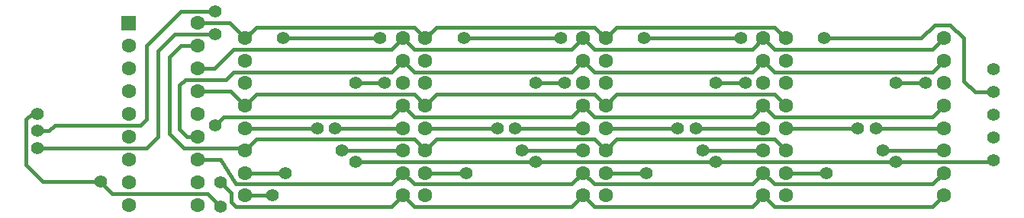
<source format=gbr>
%FSLAX34Y34*%
%MOMM*%
%LNCOPPER_TOP*%
G71*
G01*
%ADD10C, 1.600*%
%ADD11C, 0.400*%
%ADD12C, 1.400*%
%ADD13C, 1.600*%
%LPD*%
X700000Y250000D02*
G54D10*
D03*
X700000Y225000D02*
G54D10*
D03*
X700000Y200000D02*
G54D10*
D03*
X700000Y175000D02*
G54D10*
D03*
X700000Y150000D02*
G54D10*
D03*
X700000Y125000D02*
G54D10*
D03*
X700000Y100000D02*
G54D10*
D03*
X700000Y75000D02*
G54D10*
D03*
X875000Y250000D02*
G54D10*
D03*
X875000Y225000D02*
G54D10*
D03*
X875000Y200000D02*
G54D10*
D03*
X875000Y175000D02*
G54D10*
D03*
X875000Y150000D02*
G54D10*
D03*
X875000Y125000D02*
G54D10*
D03*
X875000Y100000D02*
G54D10*
D03*
X875000Y75000D02*
G54D10*
D03*
G54D11*
X700000Y175000D02*
X712500Y187500D01*
X887500Y187500D01*
G54D11*
X700000Y125000D02*
X712500Y137500D01*
X887500Y137500D01*
G54D11*
X700000Y250000D02*
X712500Y262500D01*
X887500Y262500D01*
G54D11*
X875000Y250000D02*
X887500Y237500D01*
G54D11*
X875000Y225000D02*
X887500Y212500D01*
G54D11*
X875000Y175000D02*
X887500Y162500D01*
G54D11*
X875000Y100000D02*
X887500Y87500D01*
G54D11*
X875000Y75000D02*
X887500Y62500D01*
G54D11*
X687500Y112500D02*
X887500Y112500D01*
X745000Y100000D02*
G54D12*
D03*
X780000Y150000D02*
G54D12*
D03*
X800000Y150000D02*
G54D12*
D03*
X807500Y125000D02*
G54D12*
D03*
X822500Y112500D02*
G54D12*
D03*
G54D11*
X800000Y150000D02*
X875000Y150000D01*
G54D11*
X807500Y125000D02*
X875000Y125000D01*
G54D11*
X780000Y150000D02*
X700000Y150000D01*
X822500Y200000D02*
G54D12*
D03*
X855000Y200000D02*
G54D12*
D03*
G54D11*
X822500Y200000D02*
X855000Y200000D01*
X742500Y250000D02*
G54D12*
D03*
G54D11*
X700000Y250000D02*
X687500Y262500D01*
G54D11*
X875000Y250000D02*
X862500Y237500D01*
X687500Y237500D01*
G54D11*
X875000Y225000D02*
X862500Y212500D01*
X687500Y212500D01*
G54D11*
X700000Y175000D02*
X687500Y187500D01*
G54D11*
X875000Y175000D02*
X862500Y162500D01*
X687500Y162500D01*
G54D11*
X700000Y125000D02*
X687500Y137500D01*
G54D11*
X875000Y100000D02*
X862500Y87500D01*
X687500Y87500D01*
G54D11*
X875000Y75000D02*
X862500Y62500D01*
X687500Y62500D01*
X500000Y250000D02*
G54D10*
D03*
X500000Y225000D02*
G54D10*
D03*
X500000Y200000D02*
G54D10*
D03*
X500000Y175000D02*
G54D10*
D03*
X500000Y150000D02*
G54D10*
D03*
X500000Y125000D02*
G54D10*
D03*
X500000Y100000D02*
G54D10*
D03*
X500000Y75000D02*
G54D10*
D03*
X675000Y250000D02*
G54D10*
D03*
X675000Y225000D02*
G54D10*
D03*
X675000Y200000D02*
G54D10*
D03*
X675000Y175000D02*
G54D10*
D03*
X675000Y150000D02*
G54D10*
D03*
X675000Y125000D02*
G54D10*
D03*
X675000Y100000D02*
G54D10*
D03*
X675000Y75000D02*
G54D10*
D03*
G54D11*
X500000Y175000D02*
X512500Y187500D01*
X687500Y187500D01*
G54D11*
X500000Y125000D02*
X512500Y137500D01*
X687500Y137500D01*
G54D11*
X500000Y250000D02*
X512500Y262500D01*
X687500Y262500D01*
G54D11*
X675000Y250000D02*
X687500Y237500D01*
G54D11*
X675000Y225000D02*
X687500Y212500D01*
G54D11*
X675000Y175000D02*
X687500Y162500D01*
G54D11*
X675000Y100000D02*
X687500Y87500D01*
G54D11*
X675000Y75000D02*
X687500Y62500D01*
G54D11*
X487500Y112500D02*
X687500Y112500D01*
X545000Y100000D02*
G54D12*
D03*
X580000Y150000D02*
G54D12*
D03*
X600000Y150000D02*
G54D12*
D03*
X607500Y125000D02*
G54D12*
D03*
X622500Y112500D02*
G54D12*
D03*
G54D11*
X600000Y150000D02*
X675000Y150000D01*
G54D11*
X607500Y125000D02*
X675000Y125000D01*
G54D11*
X580000Y150000D02*
X500000Y150000D01*
X622500Y200000D02*
G54D12*
D03*
X655000Y200000D02*
G54D12*
D03*
G54D11*
X622500Y200000D02*
X655000Y200000D01*
X542500Y250000D02*
G54D12*
D03*
G54D11*
X500000Y250000D02*
X487500Y262500D01*
G54D11*
X675000Y250000D02*
X662500Y237500D01*
X487500Y237500D01*
G54D11*
X675000Y225000D02*
X662500Y212500D01*
X487500Y212500D01*
G54D11*
X500000Y175000D02*
X487500Y187500D01*
G54D11*
X675000Y175000D02*
X662500Y162500D01*
X487500Y162500D01*
G54D11*
X500000Y125000D02*
X487500Y137500D01*
G54D11*
X675000Y100000D02*
X662500Y87500D01*
X487500Y87500D01*
G54D11*
X675000Y75000D02*
X662500Y62500D01*
X487500Y62500D01*
X300000Y250000D02*
G54D10*
D03*
X300000Y225000D02*
G54D10*
D03*
X300000Y200000D02*
G54D10*
D03*
X300000Y175000D02*
G54D10*
D03*
X300000Y150000D02*
G54D10*
D03*
X300000Y125000D02*
G54D10*
D03*
X300000Y100000D02*
G54D10*
D03*
X300000Y75000D02*
G54D10*
D03*
X475000Y250000D02*
G54D10*
D03*
X475000Y225000D02*
G54D10*
D03*
X475000Y200000D02*
G54D10*
D03*
X475000Y175000D02*
G54D10*
D03*
X475000Y150000D02*
G54D10*
D03*
X475000Y125000D02*
G54D10*
D03*
X475000Y100000D02*
G54D10*
D03*
X475000Y75000D02*
G54D10*
D03*
G54D11*
X300000Y175000D02*
X312500Y187500D01*
X487500Y187500D01*
G54D11*
X300000Y125000D02*
X312500Y137500D01*
X487500Y137500D01*
G54D11*
X300000Y250000D02*
X312500Y262500D01*
X487500Y262500D01*
G54D11*
X475000Y250000D02*
X487500Y237500D01*
G54D11*
X475000Y225000D02*
X487500Y212500D01*
G54D11*
X475000Y175000D02*
X487500Y162500D01*
G54D11*
X475000Y100000D02*
X487500Y87500D01*
G54D11*
X475000Y75000D02*
X487500Y62500D01*
G54D11*
X422500Y112500D02*
X487500Y112500D01*
X345000Y100000D02*
G54D12*
D03*
X380000Y150000D02*
G54D12*
D03*
X400000Y150000D02*
G54D12*
D03*
X407500Y125000D02*
G54D12*
D03*
X422500Y112500D02*
G54D12*
D03*
G54D11*
X400000Y150000D02*
X475000Y150000D01*
G54D11*
X407500Y125000D02*
X475000Y125000D01*
G54D11*
X380000Y150000D02*
X300000Y150000D01*
X422500Y200000D02*
G54D12*
D03*
X455000Y200000D02*
G54D12*
D03*
G54D11*
X422500Y200000D02*
X455000Y200000D01*
X342500Y250000D02*
G54D12*
D03*
G54D11*
X475000Y250000D02*
X462500Y237500D01*
X287500Y237500D01*
G54D11*
X475000Y225000D02*
X462500Y212500D01*
X287500Y212500D01*
G54D11*
X475000Y175000D02*
X462500Y162500D01*
X287500Y162500D01*
G54D11*
X475000Y100000D02*
X462500Y87500D01*
X290000Y87500D01*
G54D11*
X475000Y75000D02*
X462500Y62500D01*
X290000Y62500D01*
X900000Y250000D02*
G54D10*
D03*
X900000Y225000D02*
G54D10*
D03*
X900000Y200000D02*
G54D10*
D03*
X900000Y175000D02*
G54D10*
D03*
X900000Y150000D02*
G54D10*
D03*
X900000Y125000D02*
G54D10*
D03*
X900000Y100000D02*
G54D10*
D03*
X900000Y75000D02*
G54D10*
D03*
X1075000Y250000D02*
G54D10*
D03*
X1075000Y225000D02*
G54D10*
D03*
X1075000Y200000D02*
G54D10*
D03*
X1075000Y175000D02*
G54D10*
D03*
X1075000Y150000D02*
G54D10*
D03*
X1075000Y125000D02*
G54D10*
D03*
X1075000Y100000D02*
G54D10*
D03*
X1075000Y75000D02*
G54D10*
D03*
G54D11*
X887500Y112500D02*
X1100000Y112500D01*
X945000Y100000D02*
G54D12*
D03*
X980000Y150000D02*
G54D12*
D03*
X1000000Y150000D02*
G54D12*
D03*
X1007500Y125000D02*
G54D12*
D03*
X1022500Y112500D02*
G54D12*
D03*
G54D11*
X1000000Y150000D02*
X1075000Y150000D01*
G54D11*
X1007500Y125000D02*
X1075000Y125000D01*
G54D11*
X980000Y150000D02*
X900000Y150000D01*
X1022500Y200000D02*
G54D12*
D03*
X1055000Y200000D02*
G54D12*
D03*
G54D11*
X1022500Y200000D02*
X1055000Y200000D01*
X942500Y250000D02*
G54D12*
D03*
G54D11*
X900000Y250000D02*
X887500Y262500D01*
G54D11*
X1075000Y250000D02*
X1062500Y237500D01*
X887500Y237500D01*
G54D11*
X1075000Y225000D02*
X1062500Y212500D01*
X887500Y212500D01*
G54D11*
X900000Y175000D02*
X887500Y187500D01*
G54D11*
X1075000Y175000D02*
X1062500Y162500D01*
X887500Y162500D01*
G54D11*
X900000Y125000D02*
X887500Y137500D01*
G54D11*
X1075000Y100000D02*
X1062500Y87500D01*
X887500Y87500D01*
G54D11*
X1075000Y75000D02*
X1062500Y62500D01*
X887500Y62500D01*
G54D11*
X345000Y100000D02*
X300000Y100000D01*
G54D11*
X545000Y100000D02*
X500000Y100000D01*
G54D11*
X745000Y100000D02*
X700000Y100000D01*
G54D11*
X945000Y100000D02*
X900000Y100000D01*
G54D11*
X342500Y250000D02*
X450000Y250000D01*
X450000Y250000D02*
G54D12*
D03*
X650000Y250000D02*
G54D12*
D03*
X850000Y250000D02*
G54D12*
D03*
G54D11*
X542500Y250000D02*
X650000Y250000D01*
G54D11*
X742500Y250000D02*
X850000Y250000D01*
G54D11*
X942500Y250000D02*
X1050000Y250000D01*
G36*
X179000Y275200D02*
X179000Y259200D01*
X163000Y259200D01*
X163000Y275200D01*
X179000Y275200D01*
G37*
X171000Y241800D02*
G54D13*
D03*
X171000Y216400D02*
G54D13*
D03*
X171000Y191000D02*
G54D13*
D03*
X171000Y165600D02*
G54D13*
D03*
X171000Y140200D02*
G54D13*
D03*
X171000Y114800D02*
G54D13*
D03*
X171000Y89400D02*
G54D13*
D03*
X171000Y64000D02*
G54D13*
D03*
X247200Y64000D02*
G54D13*
D03*
X247200Y89400D02*
G54D13*
D03*
X247200Y114800D02*
G54D13*
D03*
X247200Y140200D02*
G54D13*
D03*
X247200Y165600D02*
G54D13*
D03*
X247200Y191000D02*
G54D13*
D03*
X247200Y216400D02*
G54D13*
D03*
X247200Y241800D02*
G54D13*
D03*
X247200Y267200D02*
G54D13*
D03*
G54D11*
X247200Y267200D02*
X282800Y267200D01*
X300000Y250000D01*
G54D11*
X247200Y216400D02*
X266400Y216400D01*
X287500Y237500D01*
G54D11*
X247200Y191000D02*
X284000Y191000D01*
X300000Y175000D01*
G54D11*
X247200Y140200D02*
X235475Y140200D01*
X227288Y148388D01*
X227288Y197600D01*
X233638Y203950D01*
G54D11*
X247200Y241800D02*
X228625Y241800D01*
X216175Y229350D01*
X216175Y143625D01*
X232050Y127750D01*
X266700Y153150D02*
G54D12*
D03*
X273050Y89650D02*
G54D12*
D03*
X330000Y75000D02*
G54D12*
D03*
G54D11*
X300000Y75000D02*
X330000Y75000D01*
G54D11*
X233638Y203950D02*
X278950Y203950D01*
X287500Y212500D01*
G54D11*
X232050Y127750D02*
X297250Y127750D01*
X300000Y125000D01*
X140000Y90000D02*
G54D12*
D03*
G54D11*
X287500Y162500D02*
X276050Y162500D01*
X266700Y153150D01*
G54D11*
X290000Y87500D02*
X272500Y115000D01*
X247400Y115000D01*
X247200Y114800D01*
G54D11*
X273050Y89650D02*
X273050Y89450D01*
X285000Y77500D01*
X285000Y67500D01*
X290000Y62500D01*
X272500Y62500D02*
G54D12*
D03*
G54D11*
X203200Y76950D02*
X258050Y76950D01*
X272500Y62500D01*
G54D11*
X140000Y90000D02*
X140000Y89350D01*
X152400Y76950D01*
X203200Y76950D01*
X266700Y254750D02*
G54D12*
D03*
X69850Y146800D02*
G54D12*
D03*
X69850Y165850D02*
G54D12*
D03*
X69850Y127750D02*
G54D12*
D03*
G54D11*
X140000Y90000D02*
X75850Y90000D01*
X57150Y108700D01*
X57150Y159500D01*
G54D11*
X69850Y165850D02*
X63500Y165850D01*
X57150Y159500D01*
G54D11*
X266700Y254750D02*
X222250Y254750D01*
X203200Y235700D01*
X203200Y140450D01*
X190500Y127750D01*
X69850Y127750D01*
X266700Y280150D02*
G54D12*
D03*
G54D11*
X266700Y280150D02*
X228600Y280150D01*
X190500Y242050D01*
X190500Y159500D01*
X184150Y153150D01*
X88900Y153150D01*
X82550Y146800D01*
X69850Y146800D01*
X1130100Y215500D02*
G54D12*
D03*
X1130100Y190100D02*
G54D12*
D03*
X1130100Y164700D02*
G54D12*
D03*
X1130100Y139300D02*
G54D12*
D03*
X1130100Y113900D02*
G54D12*
D03*
G54D11*
X1100000Y112500D02*
X1128700Y112500D01*
X1130100Y113900D01*
G54D11*
X1050000Y250000D02*
X1065000Y265000D01*
X1082500Y265000D01*
X1097500Y250000D01*
X1097500Y202500D01*
X1110000Y190000D01*
X1130000Y190000D01*
X1130100Y190100D01*
M02*

</source>
